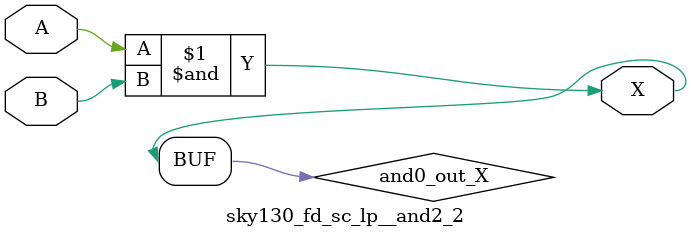
<source format=v>
/*
 * Copyright 2020 The SkyWater PDK Authors
 *
 * Licensed under the Apache License, Version 2.0 (the "License");
 * you may not use this file except in compliance with the License.
 * You may obtain a copy of the License at
 *
 *     https://www.apache.org/licenses/LICENSE-2.0
 *
 * Unless required by applicable law or agreed to in writing, software
 * distributed under the License is distributed on an "AS IS" BASIS,
 * WITHOUT WARRANTIES OR CONDITIONS OF ANY KIND, either express or implied.
 * See the License for the specific language governing permissions and
 * limitations under the License.
 *
 * SPDX-License-Identifier: Apache-2.0
*/


`ifndef SKY130_FD_SC_LP__AND2_2_FUNCTIONAL_V
`define SKY130_FD_SC_LP__AND2_2_FUNCTIONAL_V

/**
 * and2: 2-input AND.
 *
 * Verilog simulation functional model.
 */

`timescale 1ns / 1ps
`default_nettype none

`celldefine
module sky130_fd_sc_lp__and2_2 (
    X,
    A,
    B
);

    // Module ports
    output X;
    input  A;
    input  B;

    // Local signals
    wire and0_out_X;

    //  Name  Output      Other arguments
    and and0 (and0_out_X, A, B           );
    buf buf0 (X         , and0_out_X     );

endmodule
`endcelldefine

`default_nettype wire
`endif  // SKY130_FD_SC_LP__AND2_2_FUNCTIONAL_V

</source>
